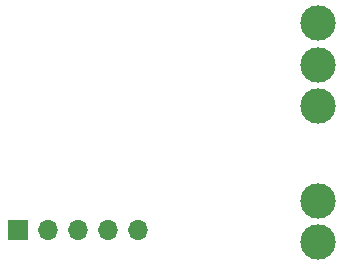
<source format=gbs>
%TF.GenerationSoftware,KiCad,Pcbnew,(6.0.2)*%
%TF.CreationDate,2023-03-19T00:19:14-07:00*%
%TF.ProjectId,serial-to-ws2812-v2,73657269-616c-42d7-946f-2d7773323831,rev?*%
%TF.SameCoordinates,Original*%
%TF.FileFunction,Soldermask,Bot*%
%TF.FilePolarity,Negative*%
%FSLAX46Y46*%
G04 Gerber Fmt 4.6, Leading zero omitted, Abs format (unit mm)*
G04 Created by KiCad (PCBNEW (6.0.2)) date 2023-03-19 00:19:14*
%MOMM*%
%LPD*%
G01*
G04 APERTURE LIST*
%ADD10C,3.000000*%
%ADD11R,1.700000X1.700000*%
%ADD12O,1.700000X1.700000*%
G04 APERTURE END LIST*
D10*
%TO.C,DOut*%
X180200000Y-41750000D03*
%TD*%
%TO.C,DIn*%
X180200000Y-34750000D03*
%TD*%
%TO.C,DOut_3.3*%
X180200000Y-38250000D03*
%TD*%
%TO.C,Gnd*%
X180250000Y-49750000D03*
%TD*%
%TO.C,Pwr*%
X180250000Y-53250000D03*
%TD*%
D11*
%TO.C,J1*%
X154850000Y-52275000D03*
D12*
X157390000Y-52275000D03*
X159930000Y-52275000D03*
X162470000Y-52275000D03*
X165010000Y-52275000D03*
%TD*%
M02*

</source>
